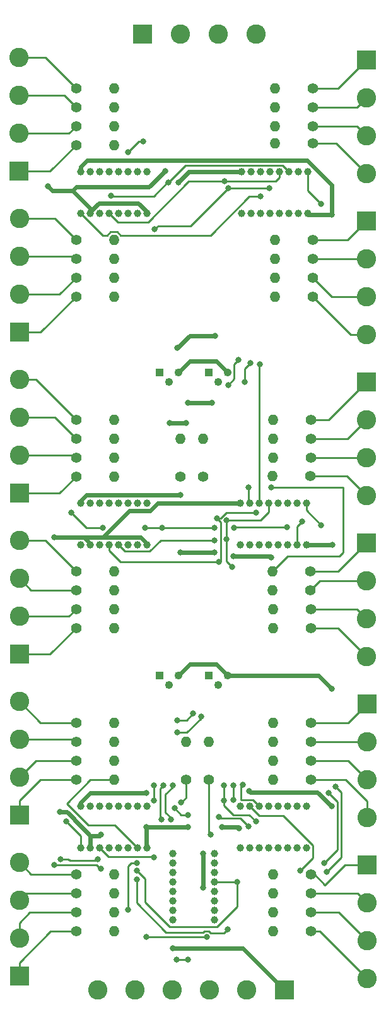
<source format=gbr>
%TF.GenerationSoftware,KiCad,Pcbnew,(6.0.4)*%
%TF.CreationDate,2022-07-27T20:52:42-04:00*%
%TF.ProjectId,pcb,7063622e-6b69-4636-9164-5f7063625858,rev?*%
%TF.SameCoordinates,Original*%
%TF.FileFunction,Copper,L2,Bot*%
%TF.FilePolarity,Positive*%
%FSLAX46Y46*%
G04 Gerber Fmt 4.6, Leading zero omitted, Abs format (unit mm)*
G04 Created by KiCad (PCBNEW (6.0.4)) date 2022-07-27 20:52:42*
%MOMM*%
%LPD*%
G01*
G04 APERTURE LIST*
%TA.AperFunction,ComponentPad*%
%ADD10C,1.400000*%
%TD*%
%TA.AperFunction,ComponentPad*%
%ADD11O,1.400000X1.400000*%
%TD*%
%TA.AperFunction,ComponentPad*%
%ADD12C,1.000000*%
%TD*%
%TA.AperFunction,ComponentPad*%
%ADD13R,2.600000X2.600000*%
%TD*%
%TA.AperFunction,ComponentPad*%
%ADD14C,2.600000*%
%TD*%
%TA.AperFunction,ComponentPad*%
%ADD15R,1.080000X1.080000*%
%TD*%
%TA.AperFunction,ComponentPad*%
%ADD16C,1.080000*%
%TD*%
%TA.AperFunction,ViaPad*%
%ADD17C,0.800000*%
%TD*%
%TA.AperFunction,Conductor*%
%ADD18C,0.600000*%
%TD*%
%TA.AperFunction,Conductor*%
%ADD19C,0.250000*%
%TD*%
G04 APERTURE END LIST*
D10*
%TO.P,R39,1*%
%TO.N,Net-(J11-Pad3)*%
X101414600Y-85090000D03*
D11*
%TO.P,R39,2*%
%TO.N,Net-(R39-Pad2)*%
X96334600Y-85090000D03*
%TD*%
D12*
%TO.P,U7,1,QB*%
%TO.N,Net-(R52-Pad2)*%
X91889600Y-137414000D03*
%TO.P,U7,2,QC*%
%TO.N,Net-(R51-Pad2)*%
X93159600Y-137414000D03*
%TO.P,U7,3,QD*%
%TO.N,Net-(R50-Pad2)*%
X94429600Y-137414000D03*
%TO.P,U7,4,QE*%
%TO.N,Net-(R49-Pad2)*%
X95699600Y-137414000D03*
%TO.P,U7,5,QF*%
%TO.N,Net-(R48-Pad2)*%
X96969600Y-137414000D03*
%TO.P,U7,6,QG*%
%TO.N,Net-(R47-Pad2)*%
X98239600Y-137414000D03*
%TO.P,U7,7,QH*%
%TO.N,Net-(R46-Pad2)*%
X99509600Y-137414000D03*
%TO.P,U7,8,GND*%
%TO.N,GND*%
X100779600Y-137414000D03*
%TO.P,U7,9,QH'*%
%TO.N,unconnected-(U7-Pad9)*%
X100779600Y-131826000D03*
%TO.P,U7,10,~{SRCLR}*%
%TO.N,Net-(J2-Pad6)*%
X99509600Y-131826000D03*
%TO.P,U7,11,SRCLK*%
%TO.N,Net-(J2-Pad5)*%
X98239600Y-131826000D03*
%TO.P,U7,12,RCLK*%
%TO.N,Net-(J2-Pad3)*%
X96969600Y-131826000D03*
%TO.P,U7,13,~{OE}*%
%TO.N,Net-(J2-Pad2)*%
X95699600Y-131826000D03*
%TO.P,U7,14,SER*%
%TO.N,Net-(U6-Pad9)*%
X94429600Y-131826000D03*
%TO.P,U7,15,QA*%
%TO.N,Net-(R53-Pad2)*%
X93159600Y-131826000D03*
%TO.P,U7,16,VCC*%
%TO.N,Net-(J2-Pad6)*%
X91889600Y-131826000D03*
%TD*%
D10*
%TO.P,R23,1*%
%TO.N,Net-(J7-Pad3)*%
X69850000Y-58420000D03*
D11*
%TO.P,R23,2*%
%TO.N,Net-(R23-Pad2)*%
X74930000Y-58420000D03*
%TD*%
D12*
%TO.P,U2,1,QB*%
%TO.N,Net-(R12-Pad2)*%
X79375000Y-131826000D03*
%TO.P,U2,2,QC*%
%TO.N,Net-(R11-Pad2)*%
X78105000Y-131826000D03*
%TO.P,U2,3,QD*%
%TO.N,Net-(R10-Pad2)*%
X76835000Y-131826000D03*
%TO.P,U2,4,QE*%
%TO.N,Net-(R9-Pad2)*%
X75565000Y-131826000D03*
%TO.P,U2,5,QF*%
%TO.N,Net-(R8-Pad2)*%
X74295000Y-131826000D03*
%TO.P,U2,6,QG*%
%TO.N,Net-(R7-Pad2)*%
X73025000Y-131826000D03*
%TO.P,U2,7,QH*%
%TO.N,Net-(R6-Pad2)*%
X71755000Y-131826000D03*
%TO.P,U2,8,GND*%
%TO.N,GND*%
X70485000Y-131826000D03*
%TO.P,U2,9,QH'*%
%TO.N,Net-(U2-Pad9)*%
X70485000Y-137414000D03*
%TO.P,U2,10,~{SRCLR}*%
%TO.N,Net-(J2-Pad6)*%
X71755000Y-137414000D03*
%TO.P,U2,11,SRCLK*%
%TO.N,Net-(J2-Pad5)*%
X73025000Y-137414000D03*
%TO.P,U2,12,RCLK*%
%TO.N,Net-(J2-Pad3)*%
X74295000Y-137414000D03*
%TO.P,U2,13,~{OE}*%
%TO.N,Net-(J2-Pad2)*%
X75565000Y-137414000D03*
%TO.P,U2,14,SER*%
%TO.N,Net-(U1-Pad9)*%
X76835000Y-137414000D03*
%TO.P,U2,15,QA*%
%TO.N,Net-(R13-Pad2)*%
X78105000Y-137414000D03*
%TO.P,U2,16,VCC*%
%TO.N,Net-(J2-Pad6)*%
X79375000Y-137414000D03*
%TD*%
D10*
%TO.P,R53,1*%
%TO.N,Net-(J14-Pad1)*%
X101414600Y-140970000D03*
D11*
%TO.P,R53,2*%
%TO.N,Net-(R53-Pad2)*%
X96334600Y-140970000D03*
%TD*%
D13*
%TO.P,J4,1,Pin_1*%
%TO.N,Net-(J4-Pad1)*%
X62230000Y-133045200D03*
D14*
%TO.P,J4,2,Pin_2*%
%TO.N,Net-(J4-Pad2)*%
X62230000Y-127965200D03*
%TO.P,J4,3,Pin_3*%
%TO.N,Net-(J4-Pad3)*%
X62230000Y-122885200D03*
%TO.P,J4,4,Pin_4*%
%TO.N,Net-(J4-Pad4)*%
X62230000Y-117805200D03*
%TD*%
D10*
%TO.P,R14,1*%
%TO.N,Net-(J5-Pad4)*%
X69850000Y-100330000D03*
D11*
%TO.P,R14,2*%
%TO.N,Net-(R14-Pad2)*%
X74930000Y-100330000D03*
%TD*%
D10*
%TO.P,R19,1*%
%TO.N,Net-(J6-Pad3)*%
X69850000Y-82550000D03*
D11*
%TO.P,R19,2*%
%TO.N,Net-(R19-Pad2)*%
X74930000Y-82550000D03*
%TD*%
D10*
%TO.P,R47,1*%
%TO.N,Net-(J13-Pad3)*%
X101414600Y-125730000D03*
D11*
%TO.P,R47,2*%
%TO.N,Net-(R47-Pad2)*%
X96334600Y-125730000D03*
%TD*%
D13*
%TO.P,J7,1,Pin_1*%
%TO.N,Net-(J7-Pad1)*%
X62230000Y-68275200D03*
D14*
%TO.P,J7,2,Pin_2*%
%TO.N,Net-(J7-Pad2)*%
X62230000Y-63195200D03*
%TO.P,J7,3,Pin_3*%
%TO.N,Net-(J7-Pad3)*%
X62230000Y-58115200D03*
%TO.P,J7,4,Pin_4*%
%TO.N,Net-(J7-Pad4)*%
X62230000Y-53035200D03*
%TD*%
D10*
%TO.P,R51,1*%
%TO.N,Net-(J14-Pad3)*%
X101414600Y-146050000D03*
D11*
%TO.P,R51,2*%
%TO.N,Net-(R51-Pad2)*%
X96334600Y-146050000D03*
%TD*%
D10*
%TO.P,R16,1*%
%TO.N,Net-(J5-Pad2)*%
X69850000Y-105410000D03*
D11*
%TO.P,R16,2*%
%TO.N,Net-(R16-Pad2)*%
X74930000Y-105410000D03*
%TD*%
D10*
%TO.P,R25,1*%
%TO.N,Net-(J7-Pad1)*%
X69850000Y-63500000D03*
D11*
%TO.P,R25,2*%
%TO.N,Net-(R25-Pad2)*%
X74930000Y-63500000D03*
%TD*%
D12*
%TO.P,U4,1,QB*%
%TO.N,Net-(R28-Pad2)*%
X79375000Y-46736000D03*
%TO.P,U4,2,QC*%
%TO.N,Net-(R27-Pad2)*%
X78105000Y-46736000D03*
%TO.P,U4,3,QD*%
%TO.N,Net-(R26-Pad2)*%
X76835000Y-46736000D03*
%TO.P,U4,4,QE*%
%TO.N,Net-(R25-Pad2)*%
X75565000Y-46736000D03*
%TO.P,U4,5,QF*%
%TO.N,Net-(R24-Pad2)*%
X74295000Y-46736000D03*
%TO.P,U4,6,QG*%
%TO.N,Net-(R23-Pad2)*%
X73025000Y-46736000D03*
%TO.P,U4,7,QH*%
%TO.N,Net-(R22-Pad2)*%
X71755000Y-46736000D03*
%TO.P,U4,8,GND*%
%TO.N,GND*%
X70485000Y-46736000D03*
%TO.P,U4,9,QH'*%
%TO.N,Net-(U4-Pad9)*%
X70485000Y-52324000D03*
%TO.P,U4,10,~{SRCLR}*%
%TO.N,Net-(J2-Pad6)*%
X71755000Y-52324000D03*
%TO.P,U4,11,SRCLK*%
%TO.N,Net-(J2-Pad5)*%
X73025000Y-52324000D03*
%TO.P,U4,12,RCLK*%
%TO.N,Net-(J2-Pad3)*%
X74295000Y-52324000D03*
%TO.P,U4,13,~{OE}*%
%TO.N,Net-(J2-Pad2)*%
X75565000Y-52324000D03*
%TO.P,U4,14,SER*%
%TO.N,Net-(U3-Pad9)*%
X76835000Y-52324000D03*
%TO.P,U4,15,QA*%
%TO.N,Net-(R29-Pad2)*%
X78105000Y-52324000D03*
%TO.P,U4,16,VCC*%
%TO.N,Net-(J2-Pad6)*%
X79375000Y-52324000D03*
%TD*%
D10*
%TO.P,R21,1*%
%TO.N,Net-(J6-Pad1)*%
X69850000Y-87630000D03*
D11*
%TO.P,R21,2*%
%TO.N,Net-(R21-Pad2)*%
X74930000Y-87630000D03*
%TD*%
D15*
%TO.P,Q1,1*%
%TO.N,Net-(J1-Pad1)*%
X87630000Y-114300000D03*
D16*
%TO.P,Q1,2*%
%TO.N,Net-(Q1-Pad2)*%
X88900000Y-115570000D03*
%TO.P,Q1,3*%
%TO.N,GND*%
X90170000Y-114300000D03*
%TD*%
D10*
%TO.P,R10,1*%
%TO.N,Net-(J4-Pad4)*%
X69850000Y-120650000D03*
D11*
%TO.P,R10,2*%
%TO.N,Net-(R10-Pad2)*%
X74930000Y-120650000D03*
%TD*%
D10*
%TO.P,R29,1*%
%TO.N,Net-(J8-Pad1)*%
X69850000Y-43180000D03*
D11*
%TO.P,R29,2*%
%TO.N,Net-(R29-Pad2)*%
X74930000Y-43180000D03*
%TD*%
D10*
%TO.P,R30,1*%
%TO.N,Net-(J9-Pad4)*%
X101600000Y-42926000D03*
D11*
%TO.P,R30,2*%
%TO.N,Net-(R30-Pad2)*%
X96520000Y-42926000D03*
%TD*%
D10*
%TO.P,R20,1*%
%TO.N,Net-(J6-Pad2)*%
X69850000Y-85090000D03*
D11*
%TO.P,R20,2*%
%TO.N,Net-(R20-Pad2)*%
X74930000Y-85090000D03*
%TD*%
D10*
%TO.P,R50,1*%
%TO.N,Net-(J14-Pad4)*%
X101414600Y-148590000D03*
D11*
%TO.P,R50,2*%
%TO.N,Net-(R50-Pad2)*%
X96334600Y-148590000D03*
%TD*%
D10*
%TO.P,R49,1*%
%TO.N,Net-(J13-Pad1)*%
X101414600Y-120650000D03*
D11*
%TO.P,R49,2*%
%TO.N,Net-(R49-Pad2)*%
X96334600Y-120650000D03*
%TD*%
D10*
%TO.P,R24,1*%
%TO.N,Net-(J7-Pad2)*%
X69850000Y-60960000D03*
D11*
%TO.P,R24,2*%
%TO.N,Net-(R24-Pad2)*%
X74930000Y-60960000D03*
%TD*%
D10*
%TO.P,R28,1*%
%TO.N,Net-(J8-Pad2)*%
X69850000Y-40640000D03*
D11*
%TO.P,R28,2*%
%TO.N,Net-(R28-Pad2)*%
X74930000Y-40640000D03*
%TD*%
D12*
%TO.P,U6,1,QB*%
%TO.N,Net-(R44-Pad2)*%
X91889600Y-96774000D03*
%TO.P,U6,2,QC*%
%TO.N,Net-(R43-Pad2)*%
X93159600Y-96774000D03*
%TO.P,U6,3,QD*%
%TO.N,Net-(R42-Pad2)*%
X94429600Y-96774000D03*
%TO.P,U6,4,QE*%
%TO.N,Net-(R41-Pad2)*%
X95699600Y-96774000D03*
%TO.P,U6,5,QF*%
%TO.N,Net-(R40-Pad2)*%
X96969600Y-96774000D03*
%TO.P,U6,6,QG*%
%TO.N,Net-(R39-Pad2)*%
X98239600Y-96774000D03*
%TO.P,U6,7,QH*%
%TO.N,Net-(R38-Pad2)*%
X99509600Y-96774000D03*
%TO.P,U6,8,GND*%
%TO.N,GND*%
X100779600Y-96774000D03*
%TO.P,U6,9,QH'*%
%TO.N,Net-(U6-Pad9)*%
X100779600Y-91186000D03*
%TO.P,U6,10,~{SRCLR}*%
%TO.N,Net-(J2-Pad6)*%
X99509600Y-91186000D03*
%TO.P,U6,11,SRCLK*%
%TO.N,Net-(J2-Pad5)*%
X98239600Y-91186000D03*
%TO.P,U6,12,RCLK*%
%TO.N,Net-(J2-Pad3)*%
X96969600Y-91186000D03*
%TO.P,U6,13,~{OE}*%
%TO.N,Net-(J2-Pad2)*%
X95699600Y-91186000D03*
%TO.P,U6,14,SER*%
%TO.N,Net-(U5-Pad9)*%
X94429600Y-91186000D03*
%TO.P,U6,15,QA*%
%TO.N,Net-(R45-Pad2)*%
X93159600Y-91186000D03*
%TO.P,U6,16,VCC*%
%TO.N,Net-(J2-Pad6)*%
X91889600Y-91186000D03*
%TD*%
D13*
%TO.P,J9,1,Pin_1*%
%TO.N,Net-(J9-Pad1)*%
X108864000Y-31750000D03*
D14*
%TO.P,J9,2,Pin_2*%
%TO.N,Net-(J9-Pad2)*%
X108864000Y-36830000D03*
%TO.P,J9,3,Pin_3*%
%TO.N,Net-(J9-Pad3)*%
X108864000Y-41910000D03*
%TO.P,J9,4,Pin_4*%
%TO.N,Net-(J9-Pad4)*%
X108864000Y-46990000D03*
%TD*%
D13*
%TO.P,J14,1,Pin_1*%
%TO.N,Net-(J14-Pad1)*%
X108915000Y-139700000D03*
D14*
%TO.P,J14,2,Pin_2*%
%TO.N,Net-(J14-Pad2)*%
X108915000Y-144780000D03*
%TO.P,J14,3,Pin_3*%
%TO.N,Net-(J14-Pad3)*%
X108915000Y-149860000D03*
%TO.P,J14,4,Pin_4*%
%TO.N,Net-(J14-Pad4)*%
X108915000Y-154940000D03*
%TD*%
D13*
%TO.P,J11,1,Pin_1*%
%TO.N,Net-(J11-Pad1)*%
X108864000Y-74930000D03*
D14*
%TO.P,J11,2,Pin_2*%
%TO.N,Net-(J11-Pad2)*%
X108864000Y-80010000D03*
%TO.P,J11,3,Pin_3*%
%TO.N,Net-(J11-Pad3)*%
X108864000Y-85090000D03*
%TO.P,J11,4,Pin_4*%
%TO.N,Net-(J11-Pad4)*%
X108864000Y-90170000D03*
%TD*%
D13*
%TO.P,J1,1,Pin_1*%
%TO.N,Net-(J1-Pad1)*%
X78740000Y-28245000D03*
D14*
%TO.P,J1,2,Pin_2*%
%TO.N,Net-(J1-Pad2)*%
X83820000Y-28245000D03*
%TO.P,J1,3,Pin_3*%
%TO.N,Net-(J1-Pad3)*%
X88900000Y-28245000D03*
%TO.P,J1,4,Pin_4*%
%TO.N,Net-(J1-Pad4)*%
X93980000Y-28245000D03*
%TD*%
D10*
%TO.P,R45,1*%
%TO.N,Net-(J12-Pad1)*%
X101320600Y-100330000D03*
D11*
%TO.P,R45,2*%
%TO.N,Net-(R45-Pad2)*%
X96240600Y-100330000D03*
%TD*%
D13*
%TO.P,J12,1,Pin_1*%
%TO.N,Net-(J12-Pad1)*%
X108864000Y-96520000D03*
D14*
%TO.P,J12,2,Pin_2*%
%TO.N,Net-(J12-Pad2)*%
X108864000Y-101600000D03*
%TO.P,J12,3,Pin_3*%
%TO.N,Net-(J12-Pad3)*%
X108864000Y-106680000D03*
%TO.P,J12,4,Pin_4*%
%TO.N,Net-(J12-Pad4)*%
X108864000Y-111760000D03*
%TD*%
D10*
%TO.P,R31,1*%
%TO.N,Net-(J9-Pad3)*%
X101600000Y-40640000D03*
D11*
%TO.P,R31,2*%
%TO.N,Net-(R31-Pad2)*%
X96520000Y-40640000D03*
%TD*%
D15*
%TO.P,Q2,1*%
%TO.N,Net-(J1-Pad2)*%
X81026000Y-114300000D03*
D16*
%TO.P,Q2,2*%
%TO.N,Net-(Q2-Pad2)*%
X82296000Y-115570000D03*
%TO.P,Q2,3*%
%TO.N,GND*%
X83566000Y-114300000D03*
%TD*%
D10*
%TO.P,R42,1*%
%TO.N,Net-(J12-Pad4)*%
X101414600Y-107950000D03*
D11*
%TO.P,R42,2*%
%TO.N,Net-(R42-Pad2)*%
X96334600Y-107950000D03*
%TD*%
D10*
%TO.P,R26,1*%
%TO.N,Net-(J8-Pad4)*%
X69850000Y-35560000D03*
D11*
%TO.P,R26,2*%
%TO.N,Net-(R26-Pad2)*%
X74930000Y-35560000D03*
%TD*%
D10*
%TO.P,R44,1*%
%TO.N,Net-(J12-Pad2)*%
X101320600Y-102870000D03*
D11*
%TO.P,R44,2*%
%TO.N,Net-(R44-Pad2)*%
X96240600Y-102870000D03*
%TD*%
D13*
%TO.P,J8,1,Pin_1*%
%TO.N,Net-(J8-Pad1)*%
X62179000Y-46685200D03*
D14*
%TO.P,J8,2,Pin_2*%
%TO.N,Net-(J8-Pad2)*%
X62179000Y-41605200D03*
%TO.P,J8,3,Pin_3*%
%TO.N,Net-(J8-Pad3)*%
X62179000Y-36525200D03*
%TO.P,J8,4,Pin_4*%
%TO.N,Net-(J8-Pad4)*%
X62179000Y-31445200D03*
%TD*%
D10*
%TO.P,R4,1*%
%TO.N,Net-(R4-Pad1)*%
X83820000Y-87630000D03*
D11*
%TO.P,R4,2*%
%TO.N,Net-(Q4-Pad2)*%
X83820000Y-82550000D03*
%TD*%
D10*
%TO.P,R35,1*%
%TO.N,Net-(J10-Pad3)*%
X101600000Y-60960000D03*
D11*
%TO.P,R35,2*%
%TO.N,Net-(R35-Pad2)*%
X96520000Y-60960000D03*
%TD*%
D10*
%TO.P,R43,1*%
%TO.N,Net-(J12-Pad3)*%
X101414600Y-105410000D03*
D11*
%TO.P,R43,2*%
%TO.N,Net-(R43-Pad2)*%
X96334600Y-105410000D03*
%TD*%
D10*
%TO.P,R48,1*%
%TO.N,Net-(J13-Pad2)*%
X101414600Y-123190000D03*
D11*
%TO.P,R48,2*%
%TO.N,Net-(R48-Pad2)*%
X96334600Y-123190000D03*
%TD*%
D15*
%TO.P,Q4,1*%
%TO.N,Net-(J1-Pad4)*%
X81026000Y-73660000D03*
D16*
%TO.P,Q4,2*%
%TO.N,Net-(Q4-Pad2)*%
X82296000Y-74930000D03*
%TO.P,Q4,3*%
%TO.N,GND*%
X83566000Y-73660000D03*
%TD*%
D10*
%TO.P,R40,1*%
%TO.N,Net-(J11-Pad2)*%
X101414600Y-82550000D03*
D11*
%TO.P,R40,2*%
%TO.N,Net-(R40-Pad2)*%
X96334600Y-82550000D03*
%TD*%
D10*
%TO.P,R9,1*%
%TO.N,Net-(J3-Pad1)*%
X69850000Y-148590000D03*
D11*
%TO.P,R9,2*%
%TO.N,Net-(R9-Pad2)*%
X74930000Y-148590000D03*
%TD*%
D10*
%TO.P,R34,1*%
%TO.N,Net-(J10-Pad4)*%
X101600000Y-63500000D03*
D11*
%TO.P,R34,2*%
%TO.N,Net-(R34-Pad2)*%
X96520000Y-63500000D03*
%TD*%
D13*
%TO.P,J13,1,Pin_1*%
%TO.N,Net-(J13-Pad1)*%
X108915000Y-118110000D03*
D14*
%TO.P,J13,2,Pin_2*%
%TO.N,Net-(J13-Pad2)*%
X108915000Y-123190000D03*
%TO.P,J13,3,Pin_3*%
%TO.N,Net-(J13-Pad3)*%
X108915000Y-128270000D03*
%TO.P,J13,4,Pin_4*%
%TO.N,Net-(J13-Pad4)*%
X108915000Y-133350000D03*
%TD*%
D10*
%TO.P,R3,1*%
%TO.N,Net-(R3-Pad1)*%
X86868000Y-87630000D03*
D11*
%TO.P,R3,2*%
%TO.N,Net-(Q3-Pad2)*%
X86868000Y-82550000D03*
%TD*%
D10*
%TO.P,R7,1*%
%TO.N,Net-(J3-Pad3)*%
X69850000Y-143510000D03*
D11*
%TO.P,R7,2*%
%TO.N,Net-(R7-Pad2)*%
X74930000Y-143510000D03*
%TD*%
D10*
%TO.P,R12,1*%
%TO.N,Net-(J4-Pad2)*%
X69850000Y-125730000D03*
D11*
%TO.P,R12,2*%
%TO.N,Net-(R12-Pad2)*%
X74930000Y-125730000D03*
%TD*%
D10*
%TO.P,R2,1*%
%TO.N,Net-(R2-Pad1)*%
X84582000Y-128270000D03*
D11*
%TO.P,R2,2*%
%TO.N,Net-(Q2-Pad2)*%
X84582000Y-123190000D03*
%TD*%
D12*
%TO.P,U1,1,QB*%
%TO.N,Net-(R2-Pad1)*%
X82804000Y-138209000D03*
%TO.P,U1,2,QC*%
%TO.N,Net-(R3-Pad1)*%
X82804000Y-139479000D03*
%TO.P,U1,3,QD*%
%TO.N,Net-(R4-Pad1)*%
X82804000Y-140749000D03*
%TO.P,U1,4,QE*%
%TO.N,unconnected-(U1-Pad4)*%
X82804000Y-142019000D03*
%TO.P,U1,5,QF*%
%TO.N,unconnected-(U1-Pad5)*%
X82804000Y-143289000D03*
%TO.P,U1,6,QG*%
%TO.N,unconnected-(U1-Pad6)*%
X82804000Y-144559000D03*
%TO.P,U1,7,QH*%
%TO.N,unconnected-(U1-Pad7)*%
X82804000Y-145829000D03*
%TO.P,U1,8,GND*%
%TO.N,GND*%
X82804000Y-147099000D03*
%TO.P,U1,9,QH'*%
%TO.N,Net-(U1-Pad9)*%
X88392000Y-147099000D03*
%TO.P,U1,10,~{SRCLR}*%
%TO.N,Net-(J2-Pad6)*%
X88392000Y-145829000D03*
%TO.P,U1,11,SRCLK*%
%TO.N,Net-(J2-Pad5)*%
X88392000Y-144559000D03*
%TO.P,U1,12,RCLK*%
%TO.N,Net-(J2-Pad3)*%
X88392000Y-143289000D03*
%TO.P,U1,13,~{OE}*%
%TO.N,Net-(J2-Pad2)*%
X88392000Y-142019000D03*
%TO.P,U1,14,SER*%
%TO.N,Net-(J2-Pad4)*%
X88392000Y-140749000D03*
%TO.P,U1,15,QA*%
%TO.N,Net-(R1-Pad1)*%
X88392000Y-139479000D03*
%TO.P,U1,16,VCC*%
%TO.N,Net-(J2-Pad6)*%
X88392000Y-138209000D03*
%TD*%
D10*
%TO.P,R36,1*%
%TO.N,Net-(J10-Pad2)*%
X101600000Y-58420000D03*
D11*
%TO.P,R36,2*%
%TO.N,Net-(R36-Pad2)*%
X96520000Y-58420000D03*
%TD*%
D10*
%TO.P,R11,1*%
%TO.N,Net-(J4-Pad3)*%
X69850000Y-123190000D03*
D11*
%TO.P,R11,2*%
%TO.N,Net-(R11-Pad2)*%
X74930000Y-123190000D03*
%TD*%
D10*
%TO.P,R38,1*%
%TO.N,Net-(J11-Pad4)*%
X101320600Y-87558000D03*
D11*
%TO.P,R38,2*%
%TO.N,Net-(R38-Pad2)*%
X96240600Y-87558000D03*
%TD*%
D10*
%TO.P,R32,1*%
%TO.N,Net-(J9-Pad2)*%
X101600000Y-38100000D03*
D11*
%TO.P,R32,2*%
%TO.N,Net-(R32-Pad2)*%
X96520000Y-38100000D03*
%TD*%
D12*
%TO.P,U5,1,QB*%
%TO.N,Net-(R36-Pad2)*%
X92075000Y-52324000D03*
%TO.P,U5,2,QC*%
%TO.N,Net-(R35-Pad2)*%
X93345000Y-52324000D03*
%TO.P,U5,3,QD*%
%TO.N,Net-(R34-Pad2)*%
X94615000Y-52324000D03*
%TO.P,U5,4,QE*%
%TO.N,Net-(R33-Pad2)*%
X95885000Y-52324000D03*
%TO.P,U5,5,QF*%
%TO.N,Net-(R32-Pad2)*%
X97155000Y-52324000D03*
%TO.P,U5,6,QG*%
%TO.N,Net-(R31-Pad2)*%
X98425000Y-52324000D03*
%TO.P,U5,7,QH*%
%TO.N,Net-(R30-Pad2)*%
X99695000Y-52324000D03*
%TO.P,U5,8,GND*%
%TO.N,GND*%
X100965000Y-52324000D03*
%TO.P,U5,9,QH'*%
%TO.N,Net-(U5-Pad9)*%
X100965000Y-46736000D03*
%TO.P,U5,10,~{SRCLR}*%
%TO.N,Net-(J2-Pad6)*%
X99695000Y-46736000D03*
%TO.P,U5,11,SRCLK*%
%TO.N,Net-(J2-Pad5)*%
X98425000Y-46736000D03*
%TO.P,U5,12,RCLK*%
%TO.N,Net-(J2-Pad3)*%
X97155000Y-46736000D03*
%TO.P,U5,13,~{OE}*%
%TO.N,Net-(J2-Pad2)*%
X95885000Y-46736000D03*
%TO.P,U5,14,SER*%
%TO.N,Net-(U4-Pad9)*%
X94615000Y-46736000D03*
%TO.P,U5,15,QA*%
%TO.N,Net-(R37-Pad2)*%
X93345000Y-46736000D03*
%TO.P,U5,16,VCC*%
%TO.N,Net-(J2-Pad6)*%
X92075000Y-46736000D03*
%TD*%
D10*
%TO.P,R8,1*%
%TO.N,Net-(J3-Pad2)*%
X69850000Y-146050000D03*
D11*
%TO.P,R8,2*%
%TO.N,Net-(R8-Pad2)*%
X74930000Y-146050000D03*
%TD*%
D10*
%TO.P,R17,1*%
%TO.N,Net-(J5-Pad1)*%
X69850000Y-107950000D03*
D11*
%TO.P,R17,2*%
%TO.N,Net-(R17-Pad2)*%
X74930000Y-107950000D03*
%TD*%
D10*
%TO.P,R1,1*%
%TO.N,Net-(R1-Pad1)*%
X87630000Y-128270000D03*
D11*
%TO.P,R1,2*%
%TO.N,Net-(Q1-Pad2)*%
X87630000Y-123190000D03*
%TD*%
D15*
%TO.P,Q3,1*%
%TO.N,Net-(J1-Pad3)*%
X87630000Y-73660000D03*
D16*
%TO.P,Q3,2*%
%TO.N,Net-(Q3-Pad2)*%
X88900000Y-74930000D03*
%TO.P,Q3,3*%
%TO.N,GND*%
X90170000Y-73660000D03*
%TD*%
D10*
%TO.P,R37,1*%
%TO.N,Net-(J10-Pad1)*%
X101627400Y-55880000D03*
D11*
%TO.P,R37,2*%
%TO.N,Net-(R37-Pad2)*%
X96547400Y-55880000D03*
%TD*%
D10*
%TO.P,R6,1*%
%TO.N,Net-(J3-Pad4)*%
X69850000Y-140970000D03*
D11*
%TO.P,R6,2*%
%TO.N,Net-(R6-Pad2)*%
X74930000Y-140970000D03*
%TD*%
D10*
%TO.P,R46,1*%
%TO.N,Net-(J13-Pad4)*%
X101414600Y-128270000D03*
D11*
%TO.P,R46,2*%
%TO.N,Net-(R46-Pad2)*%
X96334600Y-128270000D03*
%TD*%
D13*
%TO.P,J2,1,Pin_1*%
%TO.N,GND*%
X97790000Y-156464000D03*
D14*
%TO.P,J2,2,Pin_2*%
%TO.N,Net-(J2-Pad2)*%
X92790000Y-156464000D03*
%TO.P,J2,3,Pin_3*%
%TO.N,Net-(J2-Pad3)*%
X87790000Y-156464000D03*
%TO.P,J2,4,Pin_4*%
%TO.N,Net-(J2-Pad4)*%
X82790000Y-156464000D03*
%TO.P,J2,5,Pin_5*%
%TO.N,Net-(J2-Pad5)*%
X77790000Y-156464000D03*
%TO.P,J2,6,Pin_6*%
%TO.N,Net-(J2-Pad6)*%
X72790000Y-156464000D03*
%TD*%
D10*
%TO.P,R52,1*%
%TO.N,Net-(J14-Pad2)*%
X101414600Y-143510000D03*
D11*
%TO.P,R52,2*%
%TO.N,Net-(R52-Pad2)*%
X96334600Y-143510000D03*
%TD*%
D10*
%TO.P,R13,1*%
%TO.N,Net-(J4-Pad1)*%
X69850000Y-128270000D03*
D11*
%TO.P,R13,2*%
%TO.N,Net-(R13-Pad2)*%
X74930000Y-128270000D03*
%TD*%
D10*
%TO.P,R15,1*%
%TO.N,Net-(J5-Pad3)*%
X69850000Y-102870000D03*
D11*
%TO.P,R15,2*%
%TO.N,Net-(R15-Pad2)*%
X74930000Y-102870000D03*
%TD*%
D10*
%TO.P,R27,1*%
%TO.N,Net-(J8-Pad3)*%
X69850000Y-38100000D03*
D11*
%TO.P,R27,2*%
%TO.N,Net-(R27-Pad2)*%
X74930000Y-38100000D03*
%TD*%
D13*
%TO.P,J10,1,Pin_1*%
%TO.N,Net-(J10-Pad1)*%
X108864000Y-53340000D03*
D14*
%TO.P,J10,2,Pin_2*%
%TO.N,Net-(J10-Pad2)*%
X108864000Y-58420000D03*
%TO.P,J10,3,Pin_3*%
%TO.N,Net-(J10-Pad3)*%
X108864000Y-63500000D03*
%TO.P,J10,4,Pin_4*%
%TO.N,Net-(J10-Pad4)*%
X108864000Y-68580000D03*
%TD*%
D10*
%TO.P,R41,1*%
%TO.N,Net-(J11-Pad1)*%
X101414600Y-80010000D03*
D11*
%TO.P,R41,2*%
%TO.N,Net-(R41-Pad2)*%
X96334600Y-80010000D03*
%TD*%
D10*
%TO.P,R18,1*%
%TO.N,Net-(J6-Pad4)*%
X69850000Y-80010000D03*
D11*
%TO.P,R18,2*%
%TO.N,Net-(R18-Pad2)*%
X74930000Y-80010000D03*
%TD*%
D12*
%TO.P,U3,1,QB*%
%TO.N,Net-(R20-Pad2)*%
X79375000Y-91186000D03*
%TO.P,U3,2,QC*%
%TO.N,Net-(R19-Pad2)*%
X78105000Y-91186000D03*
%TO.P,U3,3,QD*%
%TO.N,Net-(R18-Pad2)*%
X76835000Y-91186000D03*
%TO.P,U3,4,QE*%
%TO.N,Net-(R17-Pad2)*%
X75565000Y-91186000D03*
%TO.P,U3,5,QF*%
%TO.N,Net-(R16-Pad2)*%
X74295000Y-91186000D03*
%TO.P,U3,6,QG*%
%TO.N,Net-(R15-Pad2)*%
X73025000Y-91186000D03*
%TO.P,U3,7,QH*%
%TO.N,Net-(R14-Pad2)*%
X71755000Y-91186000D03*
%TO.P,U3,8,GND*%
%TO.N,GND*%
X70485000Y-91186000D03*
%TO.P,U3,9,QH'*%
%TO.N,Net-(U3-Pad9)*%
X70485000Y-96774000D03*
%TO.P,U3,10,~{SRCLR}*%
%TO.N,Net-(J2-Pad6)*%
X71755000Y-96774000D03*
%TO.P,U3,11,SRCLK*%
%TO.N,Net-(J2-Pad5)*%
X73025000Y-96774000D03*
%TO.P,U3,12,RCLK*%
%TO.N,Net-(J2-Pad3)*%
X74295000Y-96774000D03*
%TO.P,U3,13,~{OE}*%
%TO.N,Net-(J2-Pad2)*%
X75565000Y-96774000D03*
%TO.P,U3,14,SER*%
%TO.N,Net-(U2-Pad9)*%
X76835000Y-96774000D03*
%TO.P,U3,15,QA*%
%TO.N,Net-(R21-Pad2)*%
X78105000Y-96774000D03*
%TO.P,U3,16,VCC*%
%TO.N,Net-(J2-Pad6)*%
X79375000Y-96774000D03*
%TD*%
D10*
%TO.P,R33,1*%
%TO.N,Net-(J9-Pad1)*%
X101600000Y-35560000D03*
D11*
%TO.P,R33,2*%
%TO.N,Net-(R33-Pad2)*%
X96520000Y-35560000D03*
%TD*%
D13*
%TO.P,J6,1,Pin_1*%
%TO.N,Net-(J6-Pad1)*%
X62230000Y-89865200D03*
D14*
%TO.P,J6,2,Pin_2*%
%TO.N,Net-(J6-Pad2)*%
X62230000Y-84785200D03*
%TO.P,J6,3,Pin_3*%
%TO.N,Net-(J6-Pad3)*%
X62230000Y-79705200D03*
%TO.P,J6,4,Pin_4*%
%TO.N,Net-(J6-Pad4)*%
X62230000Y-74625200D03*
%TD*%
D13*
%TO.P,J5,1,Pin_1*%
%TO.N,Net-(J5-Pad1)*%
X62230000Y-111455200D03*
D14*
%TO.P,J5,2,Pin_2*%
%TO.N,Net-(J5-Pad2)*%
X62230000Y-106375200D03*
%TO.P,J5,3,Pin_3*%
%TO.N,Net-(J5-Pad3)*%
X62230000Y-101295200D03*
%TO.P,J5,4,Pin_4*%
%TO.N,Net-(J5-Pad4)*%
X62230000Y-96215200D03*
%TD*%
D10*
%TO.P,R22,1*%
%TO.N,Net-(J7-Pad4)*%
X69850000Y-55880000D03*
D11*
%TO.P,R22,2*%
%TO.N,Net-(R22-Pad2)*%
X74930000Y-55880000D03*
%TD*%
D13*
%TO.P,J3,1,Pin_1*%
%TO.N,Net-(J3-Pad1)*%
X62230000Y-154635200D03*
D14*
%TO.P,J3,2,Pin_2*%
%TO.N,Net-(J3-Pad2)*%
X62230000Y-149555200D03*
%TO.P,J3,3,Pin_3*%
%TO.N,Net-(J3-Pad3)*%
X62230000Y-144475200D03*
%TO.P,J3,4,Pin_4*%
%TO.N,Net-(J3-Pad4)*%
X62230000Y-139395200D03*
%TD*%
D17*
%TO.N,Net-(R45-Pad2)*%
X92964000Y-89027000D03*
X96012000Y-89027000D03*
%TO.N,Net-(J2-Pad2)*%
X93218000Y-72390000D03*
%TO.N,Net-(R38-Pad2)*%
X100203000Y-93599000D03*
%TO.N,Net-(U6-Pad9)*%
X102743000Y-94107000D03*
%TO.N,Net-(J1-Pad1)*%
X88092989Y-77724000D03*
X84836000Y-77724000D03*
%TO.N,Net-(J1-Pad2)*%
X84582000Y-80391000D03*
X82423000Y-80391000D03*
%TO.N,Net-(J1-Pad4)*%
X83439000Y-70358000D03*
X88519000Y-68707000D03*
%TO.N,GND*%
X104140000Y-131826000D03*
X82804000Y-150876000D03*
X83820000Y-90043000D03*
X79279020Y-130014707D03*
X104140000Y-116078000D03*
X104267000Y-96774000D03*
X90932000Y-98298000D03*
X83820000Y-97790000D03*
X93091000Y-129794000D03*
X88392000Y-97790000D03*
X104140000Y-52451000D03*
X96012000Y-98480989D03*
%TO.N,Net-(J2-Pad2)*%
X90297000Y-48895000D03*
X90805000Y-99695000D03*
X88392000Y-96139000D03*
X90932000Y-131018196D03*
X78005447Y-140462000D03*
X92456000Y-74930000D03*
X80391000Y-54470500D03*
X90043000Y-93472000D03*
X90043000Y-96012000D03*
X95758000Y-48895000D03*
X90932000Y-129032000D03*
X91440000Y-141986000D03*
%TO.N,Net-(J2-Pad3)*%
X89662000Y-131064000D03*
X93980000Y-133858000D03*
X91667330Y-72005942D03*
X89662000Y-129032000D03*
X90207500Y-148336000D03*
X89043497Y-99060000D03*
X93980000Y-92456000D03*
X90297000Y-75311000D03*
X77978000Y-141605000D03*
X89789000Y-48006000D03*
X88773000Y-93218000D03*
%TO.N,Net-(J2-Pad5)*%
X89027000Y-133223000D03*
X80264000Y-131064000D03*
X92964000Y-134493000D03*
X84836000Y-152400000D03*
X81407000Y-94488000D03*
X80264000Y-129032000D03*
X98171000Y-94361000D03*
X79121000Y-94488000D03*
X91059000Y-94488000D03*
X80264000Y-138684000D03*
X74549000Y-49911000D03*
X83312000Y-152400000D03*
X82231457Y-48195457D03*
X83058000Y-132080000D03*
X88392000Y-94488000D03*
X84836000Y-132969000D03*
%TO.N,Net-(J2-Pad6)*%
X91706500Y-134747000D03*
X67691000Y-132588000D03*
X66966500Y-95758000D03*
X81788000Y-46609000D03*
X83566000Y-48133000D03*
X84836000Y-134620000D03*
X79248000Y-134620000D03*
X89408000Y-134620000D03*
X73152000Y-135636000D03*
X66040000Y-48641000D03*
X86868000Y-138176000D03*
X86868000Y-142748000D03*
%TO.N,Net-(R1-Pad1)*%
X87884000Y-135636000D03*
%TO.N,Net-(R2-Pad1)*%
X83947000Y-131318000D03*
%TO.N,Net-(R3-Pad1)*%
X82550000Y-133604000D03*
X86614000Y-119761000D03*
X83439000Y-121920000D03*
X82804000Y-129032000D03*
%TO.N,Net-(R4-Pad1)*%
X81280000Y-133604000D03*
X83439000Y-120269000D03*
X81534000Y-129032000D03*
X85585500Y-119379673D03*
%TO.N,Net-(R6-Pad2)*%
X73152000Y-140208000D03*
X66929000Y-139700000D03*
%TO.N,Net-(R7-Pad2)*%
X72771092Y-138937481D03*
X67806572Y-138925500D03*
%TO.N,Net-(R28-Pad2)*%
X76835000Y-44069000D03*
X78867000Y-42672000D03*
%TO.N,Net-(R46-Pad2)*%
X103124000Y-139446000D03*
X103759000Y-130048000D03*
%TO.N,Net-(R47-Pad2)*%
X103505000Y-140589000D03*
X104648000Y-129159000D03*
%TO.N,Net-(R53-Pad2)*%
X99949000Y-140462000D03*
%TO.N,Net-(U1-Pad9)*%
X87376000Y-149352000D03*
X77978000Y-139408500D03*
X76835000Y-145669000D03*
X79248000Y-149352000D03*
%TO.N,Net-(U2-Pad9)*%
X68561773Y-133841859D03*
%TO.N,Net-(U3-Pad9)*%
X73406000Y-94488000D03*
X69215000Y-92456000D03*
%TO.N,Net-(U4-Pad9)*%
X94615000Y-50038000D03*
%TO.N,Net-(U5-Pad9)*%
X94488000Y-72517000D03*
X102743000Y-51054000D03*
%TO.N,Net-(U6-Pad9)*%
X92202000Y-128905000D03*
%TD*%
D18*
%TO.N,GND*%
X85090000Y-72136000D02*
X83566000Y-73660000D01*
X88646000Y-72136000D02*
X85090000Y-72136000D01*
X90170000Y-73660000D02*
X88646000Y-72136000D01*
D19*
%TO.N,Net-(R45-Pad2)*%
X92964000Y-90990400D02*
X93159600Y-91186000D01*
X92964000Y-89027000D02*
X92964000Y-90990400D01*
X105664000Y-89027000D02*
X96012000Y-89027000D01*
X105156000Y-98298000D02*
X105664000Y-97790000D01*
X98272600Y-98298000D02*
X105156000Y-98298000D01*
X105664000Y-97790000D02*
X105664000Y-89027000D01*
X96240600Y-100330000D02*
X98272600Y-98298000D01*
D18*
%TO.N,GND*%
X104267000Y-96774000D02*
X100779600Y-96774000D01*
D19*
%TO.N,Net-(J2-Pad2)*%
X92456000Y-73152000D02*
X92456000Y-74930000D01*
X93218000Y-72390000D02*
X92456000Y-73152000D01*
%TO.N,Net-(J2-Pad3)*%
X91084511Y-72588761D02*
X91084511Y-74523489D01*
X91667330Y-72005942D02*
X91084511Y-72588761D01*
X91084511Y-74523489D02*
X90297000Y-75311000D01*
%TO.N,Net-(R38-Pad2)*%
X99509600Y-94292400D02*
X99509600Y-96774000D01*
X100203000Y-93599000D02*
X99509600Y-94292400D01*
%TO.N,Net-(J2-Pad5)*%
X91186000Y-94361000D02*
X91059000Y-94488000D01*
X98171000Y-94361000D02*
X91186000Y-94361000D01*
%TO.N,Net-(U6-Pad9)*%
X100779600Y-92143600D02*
X100779600Y-91186000D01*
X102743000Y-94107000D02*
X100779600Y-92143600D01*
%TO.N,Net-(J2-Pad5)*%
X81407000Y-94488000D02*
X88392000Y-94488000D01*
%TO.N,Net-(J2-Pad2)*%
X79737235Y-97648511D02*
X76439511Y-97648511D01*
X76439511Y-97648511D02*
X75565000Y-96774000D01*
X88392000Y-96139000D02*
X81246746Y-96139000D01*
X81246746Y-96139000D02*
X79737235Y-97648511D01*
D18*
%TO.N,GND*%
X83820000Y-97790000D02*
X88392000Y-97790000D01*
D19*
%TO.N,Net-(J2-Pad2)*%
X90043000Y-98933000D02*
X90805000Y-99695000D01*
X90043000Y-96012000D02*
X90043000Y-98933000D01*
D18*
%TO.N,GND*%
X95829011Y-98298000D02*
X96012000Y-98480989D01*
X90932000Y-98298000D02*
X95829011Y-98298000D01*
%TO.N,Net-(J1-Pad1)*%
X88092989Y-77724000D02*
X84836000Y-77724000D01*
%TO.N,Net-(J1-Pad2)*%
X82423000Y-80391000D02*
X84582000Y-80391000D01*
%TO.N,Net-(J1-Pad4)*%
X83439000Y-70358000D02*
X85090000Y-68707000D01*
X85090000Y-68707000D02*
X88519000Y-68707000D01*
%TO.N,GND*%
X85090000Y-112776000D02*
X83566000Y-114300000D01*
X71301894Y-45212000D02*
X70485000Y-46028894D01*
X70485000Y-131318000D02*
X70485000Y-131826000D01*
X93091000Y-129794000D02*
X93218000Y-129921000D01*
X88646000Y-112776000D02*
X85090000Y-112776000D01*
X104140000Y-48497477D02*
X100854523Y-45212000D01*
X97790000Y-156464000D02*
X92202000Y-150876000D01*
X92202000Y-150876000D02*
X82804000Y-150876000D01*
X100854523Y-45212000D02*
X71301894Y-45212000D01*
X101092000Y-52451000D02*
X100965000Y-52324000D01*
X83820000Y-90043000D02*
X71247000Y-90043000D01*
X104140000Y-116078000D02*
X102362000Y-114300000D01*
X79279020Y-130014707D02*
X71788293Y-130014707D01*
X93218000Y-129921000D02*
X102235000Y-129921000D01*
X90170000Y-114300000D02*
X88646000Y-112776000D01*
X71788293Y-130014707D02*
X70485000Y-131318000D01*
X71247000Y-90043000D02*
X70485000Y-90805000D01*
X102235000Y-129921000D02*
X104140000Y-131826000D01*
X70485000Y-90805000D02*
X70485000Y-91186000D01*
X104140000Y-52451000D02*
X104140000Y-48497477D01*
X102362000Y-114300000D02*
X90170000Y-114300000D01*
X104140000Y-52451000D02*
X101092000Y-52451000D01*
X70485000Y-46028894D02*
X70485000Y-46736000D01*
D19*
%TO.N,Net-(J2-Pad2)*%
X88754235Y-147973511D02*
X91440000Y-145287746D01*
X90043000Y-93472000D02*
X94615000Y-93472000D01*
X79121000Y-141577553D02*
X79121000Y-144653000D01*
X94615000Y-93472000D02*
X95699600Y-92387400D01*
X91440000Y-141986000D02*
X91407000Y-142019000D01*
X95699600Y-92387400D02*
X95699600Y-91186000D01*
X91407000Y-142019000D02*
X88392000Y-142019000D01*
X91440000Y-145287746D02*
X91440000Y-141986000D01*
X80391000Y-54470500D02*
X80886500Y-53975000D01*
X79121000Y-144653000D02*
X82441511Y-147973511D01*
X90043000Y-96012000D02*
X90043000Y-93472000D01*
X82441511Y-147973511D02*
X88754235Y-147973511D01*
X78005447Y-140462000D02*
X79121000Y-141577553D01*
X90932000Y-129032000D02*
X90932000Y-131018196D01*
X85217000Y-53975000D02*
X90297000Y-48895000D01*
X90297000Y-48895000D02*
X95758000Y-48895000D01*
X80886500Y-53975000D02*
X85217000Y-53975000D01*
%TO.N,Net-(J2-Pad3)*%
X97155000Y-47498000D02*
X97155000Y-46736000D01*
X86915675Y-148717000D02*
X81915000Y-148717000D01*
X75438000Y-53467000D02*
X79502000Y-53467000D01*
X90034386Y-92456000D02*
X93980000Y-92456000D01*
X84963000Y-48006000D02*
X89789000Y-48006000D01*
X87963325Y-148844000D02*
X87696814Y-148577489D01*
X93091000Y-132969000D02*
X90932000Y-132969000D01*
X90207500Y-148336000D02*
X89699500Y-148844000D01*
X89789000Y-48006000D02*
X96647000Y-48006000D01*
X75819000Y-99060000D02*
X74295000Y-97536000D01*
X87055186Y-148577489D02*
X86915675Y-148717000D01*
X88773000Y-93218000D02*
X89272386Y-93218000D01*
X74295000Y-97536000D02*
X74295000Y-96774000D01*
X89254011Y-98849486D02*
X89043497Y-99060000D01*
X79502000Y-53467000D02*
X84963000Y-48006000D01*
X96647000Y-48006000D02*
X97155000Y-47498000D01*
X89662000Y-131064000D02*
X89662000Y-129032000D01*
X89254011Y-93699011D02*
X89254011Y-98849486D01*
X74295000Y-52324000D02*
X75438000Y-53467000D01*
X81915000Y-148717000D02*
X77978000Y-144780000D01*
X89043497Y-99060000D02*
X75819000Y-99060000D01*
X87696814Y-148577489D02*
X87055186Y-148577489D01*
X77978000Y-144780000D02*
X77978000Y-141605000D01*
X89272386Y-93218000D02*
X90034386Y-92456000D01*
X93980000Y-133858000D02*
X93091000Y-132969000D01*
X89662000Y-131699000D02*
X89662000Y-131064000D01*
X89699500Y-148844000D02*
X87963325Y-148844000D01*
X88773000Y-93218000D02*
X89254011Y-93699011D01*
X90932000Y-132969000D02*
X89662000Y-131699000D01*
%TO.N,Net-(J2-Pad5)*%
X80264000Y-131064000D02*
X80264000Y-129032000D01*
X97600489Y-45911489D02*
X98425000Y-46736000D01*
X80264000Y-138684000D02*
X80137000Y-138557000D01*
X84515425Y-45911489D02*
X97600489Y-45911489D01*
X82231457Y-48195457D02*
X84515425Y-45911489D01*
X74676000Y-50038000D02*
X80264000Y-50038000D01*
X83947000Y-132969000D02*
X83058000Y-132080000D01*
X74549000Y-49911000D02*
X74676000Y-50038000D01*
X91939520Y-133468520D02*
X92964000Y-134493000D01*
X82106543Y-48195457D02*
X82231457Y-48195457D01*
X83312000Y-152400000D02*
X84836000Y-152400000D01*
X80264000Y-50038000D02*
X82106543Y-48195457D01*
X80137000Y-138557000D02*
X74168000Y-138557000D01*
X84836000Y-132969000D02*
X83947000Y-132969000D01*
X89272520Y-133468520D02*
X91939520Y-133468520D01*
X89027000Y-133223000D02*
X89272520Y-133468520D01*
X79121000Y-94488000D02*
X81407000Y-94488000D01*
X74168000Y-138557000D02*
X73025000Y-137414000D01*
%TO.N,Net-(J3-Pad1)*%
X62230000Y-152781000D02*
X66421000Y-148590000D01*
X66421000Y-148590000D02*
X69850000Y-148590000D01*
X62230000Y-154635200D02*
X62230000Y-152781000D01*
%TO.N,Net-(J3-Pad2)*%
X62230000Y-147447000D02*
X63627000Y-146050000D01*
X62230000Y-149555200D02*
X62230000Y-147447000D01*
X63627000Y-146050000D02*
X69850000Y-146050000D01*
%TO.N,Net-(J3-Pad3)*%
X63195200Y-143510000D02*
X69850000Y-143510000D01*
X62230000Y-144475200D02*
X63195200Y-143510000D01*
%TO.N,Net-(J3-Pad4)*%
X63804800Y-140970000D02*
X69850000Y-140970000D01*
X62230000Y-139395200D02*
X63804800Y-140970000D01*
%TO.N,Net-(J4-Pad1)*%
X62230000Y-133045200D02*
X62230000Y-131064000D01*
X65024000Y-128270000D02*
X69850000Y-128270000D01*
X62230000Y-131064000D02*
X65024000Y-128270000D01*
%TO.N,Net-(J4-Pad2)*%
X62230000Y-127965200D02*
X64465200Y-125730000D01*
X64465200Y-125730000D02*
X69850000Y-125730000D01*
%TO.N,Net-(J4-Pad3)*%
X69545200Y-122885200D02*
X69850000Y-123190000D01*
X62230000Y-122885200D02*
X69545200Y-122885200D01*
%TO.N,Net-(J4-Pad4)*%
X65074800Y-120650000D02*
X69850000Y-120650000D01*
X62230000Y-117805200D02*
X65074800Y-120650000D01*
%TO.N,Net-(J5-Pad1)*%
X66344800Y-111455200D02*
X69850000Y-107950000D01*
X62230000Y-111455200D02*
X66344800Y-111455200D01*
%TO.N,Net-(J5-Pad2)*%
X68884800Y-106375200D02*
X69850000Y-105410000D01*
X62230000Y-106375200D02*
X68884800Y-106375200D01*
%TO.N,Net-(J5-Pad3)*%
X63804800Y-102870000D02*
X69850000Y-102870000D01*
X62230000Y-101295200D02*
X63804800Y-102870000D01*
%TO.N,Net-(J5-Pad4)*%
X62230000Y-96215200D02*
X65735200Y-96215200D01*
X65735200Y-96215200D02*
X69850000Y-100330000D01*
%TO.N,Net-(J6-Pad1)*%
X67614800Y-89865200D02*
X69850000Y-87630000D01*
X62230000Y-89865200D02*
X67614800Y-89865200D01*
%TO.N,Net-(J6-Pad2)*%
X69545200Y-84785200D02*
X69850000Y-85090000D01*
X62230000Y-84785200D02*
X69545200Y-84785200D01*
%TO.N,Net-(J6-Pad3)*%
X62230000Y-79705200D02*
X67005200Y-79705200D01*
X67005200Y-79705200D02*
X69850000Y-82550000D01*
%TO.N,Net-(J6-Pad4)*%
X62230000Y-74625200D02*
X64465200Y-74625200D01*
X64465200Y-74625200D02*
X69850000Y-80010000D01*
%TO.N,Net-(J7-Pad1)*%
X62230000Y-68275200D02*
X65074800Y-68275200D01*
X65074800Y-68275200D02*
X69850000Y-63500000D01*
%TO.N,Net-(J7-Pad2)*%
X62230000Y-63195200D02*
X67614800Y-63195200D01*
X67614800Y-63195200D02*
X69850000Y-60960000D01*
%TO.N,Net-(J7-Pad3)*%
X69545200Y-58115200D02*
X69850000Y-58420000D01*
X62230000Y-58115200D02*
X69545200Y-58115200D01*
%TO.N,Net-(J7-Pad4)*%
X67005200Y-53035200D02*
X69850000Y-55880000D01*
X62230000Y-53035200D02*
X67005200Y-53035200D01*
%TO.N,Net-(J8-Pad1)*%
X66344800Y-46685200D02*
X69850000Y-43180000D01*
X62179000Y-46685200D02*
X66344800Y-46685200D01*
%TO.N,Net-(J8-Pad2)*%
X62179000Y-41605200D02*
X68884800Y-41605200D01*
X68884800Y-41605200D02*
X69850000Y-40640000D01*
%TO.N,Net-(J8-Pad3)*%
X68275200Y-36525200D02*
X69850000Y-38100000D01*
X62179000Y-36525200D02*
X68275200Y-36525200D01*
%TO.N,Net-(J8-Pad4)*%
X65735200Y-31445200D02*
X69850000Y-35560000D01*
X62179000Y-31445200D02*
X65735200Y-31445200D01*
%TO.N,Net-(J9-Pad1)*%
X105054000Y-35560000D02*
X108864000Y-31750000D01*
X101600000Y-35560000D02*
X105054000Y-35560000D01*
%TO.N,Net-(J9-Pad2)*%
X107594000Y-38100000D02*
X108864000Y-36830000D01*
X101600000Y-38100000D02*
X107594000Y-38100000D01*
%TO.N,Net-(J9-Pad3)*%
X107594000Y-40640000D02*
X108864000Y-41910000D01*
X101600000Y-40640000D02*
X107594000Y-40640000D01*
%TO.N,Net-(J9-Pad4)*%
X101600000Y-42926000D02*
X104800000Y-42926000D01*
X104800000Y-42926000D02*
X108864000Y-46990000D01*
%TO.N,Net-(J10-Pad1)*%
X106324000Y-55880000D02*
X108864000Y-53340000D01*
X101627400Y-55880000D02*
X106324000Y-55880000D01*
%TO.N,Net-(J10-Pad2)*%
X101600000Y-58420000D02*
X108864000Y-58420000D01*
%TO.N,Net-(J10-Pad3)*%
X104140000Y-63500000D02*
X108864000Y-63500000D01*
X101600000Y-60960000D02*
X104140000Y-63500000D01*
%TO.N,Net-(J10-Pad4)*%
X101600000Y-63500000D02*
X106680000Y-68580000D01*
X106680000Y-68580000D02*
X108864000Y-68580000D01*
%TO.N,Net-(J11-Pad1)*%
X101414600Y-80010000D02*
X103784000Y-80010000D01*
X103784000Y-80010000D02*
X108864000Y-74930000D01*
%TO.N,Net-(J11-Pad2)*%
X101414600Y-82550000D02*
X106324000Y-82550000D01*
X106324000Y-82550000D02*
X108864000Y-80010000D01*
%TO.N,Net-(J11-Pad3)*%
X101414600Y-85090000D02*
X108864000Y-85090000D01*
%TO.N,Net-(J11-Pad4)*%
X106252000Y-87558000D02*
X108864000Y-90170000D01*
X101320600Y-87558000D02*
X106252000Y-87558000D01*
%TO.N,Net-(J12-Pad1)*%
X101320600Y-100330000D02*
X105054000Y-100330000D01*
X105054000Y-100330000D02*
X108864000Y-96520000D01*
%TO.N,Net-(J12-Pad2)*%
X102590600Y-101600000D02*
X108864000Y-101600000D01*
X101320600Y-102870000D02*
X102590600Y-101600000D01*
%TO.N,Net-(J12-Pad3)*%
X107594000Y-105410000D02*
X108864000Y-106680000D01*
X101414600Y-105410000D02*
X107594000Y-105410000D01*
%TO.N,Net-(J12-Pad4)*%
X105054000Y-107950000D02*
X108864000Y-111760000D01*
X101414600Y-107950000D02*
X105054000Y-107950000D01*
%TO.N,Net-(J13-Pad1)*%
X101414600Y-120650000D02*
X106375000Y-120650000D01*
X106375000Y-120650000D02*
X108915000Y-118110000D01*
%TO.N,Net-(J13-Pad2)*%
X101414600Y-123190000D02*
X108915000Y-123190000D01*
%TO.N,Net-(J13-Pad3)*%
X101414600Y-125730000D02*
X106375000Y-125730000D01*
X106375000Y-125730000D02*
X108915000Y-128270000D01*
%TO.N,Net-(J13-Pad4)*%
X106045000Y-128270000D02*
X108915000Y-131140000D01*
X108915000Y-131140000D02*
X108915000Y-133350000D01*
X101414600Y-128270000D02*
X106045000Y-128270000D01*
%TO.N,Net-(J14-Pad1)*%
X105918000Y-139700000D02*
X108915000Y-139700000D01*
X101414600Y-140970000D02*
X101854000Y-140970000D01*
X101854000Y-140970000D02*
X103251000Y-142367000D01*
X103251000Y-142367000D02*
X105918000Y-139700000D01*
%TO.N,Net-(J14-Pad2)*%
X107645000Y-143510000D02*
X108915000Y-144780000D01*
X101414600Y-143510000D02*
X107645000Y-143510000D01*
%TO.N,Net-(J14-Pad3)*%
X101414600Y-146050000D02*
X105105000Y-146050000D01*
X105105000Y-146050000D02*
X108915000Y-149860000D01*
%TO.N,Net-(J14-Pad4)*%
X101414600Y-148590000D02*
X102565000Y-148590000D01*
X102565000Y-148590000D02*
X108915000Y-154940000D01*
D18*
%TO.N,Net-(J2-Pad6)*%
X73660000Y-95504000D02*
X73662102Y-95504000D01*
X71755000Y-51616894D02*
X71755000Y-52324000D01*
X66966500Y-95758000D02*
X69088000Y-95758000D01*
X73406000Y-95758000D02*
X73660000Y-95504000D01*
X84963000Y-46736000D02*
X92075000Y-46736000D01*
X79629000Y-48768000D02*
X81788000Y-46609000D01*
X66040000Y-48641000D02*
X66675000Y-49276000D01*
X71755000Y-52180477D02*
X71755000Y-52109766D01*
X79375000Y-52109766D02*
X79375000Y-52324000D01*
X69104489Y-95774489D02*
X70899012Y-95774489D01*
X69922106Y-48768000D02*
X79629000Y-48768000D01*
X80788523Y-91186000D02*
X91889600Y-91186000D01*
X79248000Y-137287000D02*
X79375000Y-137414000D01*
X69414106Y-49276000D02*
X71755000Y-51616894D01*
X71755000Y-137414000D02*
X71755000Y-135763000D01*
X73662102Y-95504000D02*
X76980591Y-92185511D01*
X71755000Y-135763000D02*
X73025000Y-135763000D01*
X71755000Y-52109766D02*
X72937766Y-50927000D01*
X83566000Y-48133000D02*
X84963000Y-46736000D01*
X86868000Y-138176000D02*
X86868000Y-142748000D01*
X79789012Y-92185511D02*
X80788523Y-91186000D01*
X79248000Y-134620000D02*
X84836000Y-134620000D01*
X89408000Y-134620000D02*
X91579500Y-134620000D01*
X70899012Y-95774489D02*
X78519012Y-95774489D01*
X71755000Y-135763000D02*
X69511284Y-133519284D01*
X76980591Y-92185511D02*
X79789012Y-92185511D01*
X69511284Y-133519284D02*
X69511284Y-133448558D01*
X79375000Y-96630477D02*
X79375000Y-96774000D01*
X79248000Y-134620000D02*
X79248000Y-137287000D01*
X68650726Y-132588000D02*
X67691000Y-132588000D01*
X69414106Y-49276000D02*
X69922106Y-48768000D01*
X73025000Y-135763000D02*
X73152000Y-135636000D01*
X69088000Y-95758000D02*
X69104489Y-95774489D01*
X72937766Y-50927000D02*
X78192234Y-50927000D01*
X78192234Y-50927000D02*
X79375000Y-52109766D01*
X91579500Y-134620000D02*
X91706500Y-134747000D01*
X78519012Y-95774489D02*
X79375000Y-96630477D01*
X69511284Y-133448558D02*
X68650726Y-132588000D01*
X71755000Y-96630477D02*
X71755000Y-96774000D01*
X66675000Y-49276000D02*
X69414106Y-49276000D01*
X70899012Y-95774489D02*
X71755000Y-96630477D01*
D19*
%TO.N,Net-(R1-Pad1)*%
X87884000Y-135636000D02*
X87630000Y-135382000D01*
X87630000Y-135382000D02*
X87630000Y-128270000D01*
%TO.N,Net-(R2-Pad1)*%
X84582000Y-130683000D02*
X84582000Y-128270000D01*
X83947000Y-131318000D02*
X84582000Y-130683000D01*
%TO.N,Net-(R3-Pad1)*%
X82804000Y-129286000D02*
X81862958Y-130227042D01*
X84709000Y-121920000D02*
X86614000Y-120015000D01*
X86614000Y-120015000D02*
X86614000Y-119761000D01*
X81862958Y-130227042D02*
X81862958Y-132634103D01*
X83439000Y-121920000D02*
X84709000Y-121920000D01*
X81862958Y-132634103D02*
X82550000Y-133321145D01*
X82550000Y-133321145D02*
X82550000Y-133604000D01*
X82804000Y-129032000D02*
X82804000Y-129286000D01*
%TO.N,Net-(R4-Pad1)*%
X81534000Y-129032000D02*
X81153000Y-129413000D01*
X83439000Y-120269000D02*
X84696173Y-120269000D01*
X81153000Y-133477000D02*
X81280000Y-133604000D01*
X84696173Y-120269000D02*
X85585500Y-119379673D01*
X81153000Y-129413000D02*
X81153000Y-133477000D01*
%TO.N,Net-(R6-Pad2)*%
X73143386Y-140208000D02*
X73152000Y-140208000D01*
X66929000Y-139700000D02*
X72635386Y-139700000D01*
X72635386Y-139700000D02*
X73143386Y-140208000D01*
%TO.N,Net-(R7-Pad2)*%
X67806572Y-138925500D02*
X68830114Y-138925500D01*
X69047123Y-139065000D02*
X72643573Y-139065000D01*
X68830114Y-138925500D02*
X68889859Y-138985245D01*
X68967368Y-138985245D02*
X69047123Y-139065000D01*
X68889859Y-138985245D02*
X68967368Y-138985245D01*
X72643573Y-139065000D02*
X72771092Y-138937481D01*
%TO.N,Net-(R13-Pad2)*%
X75057000Y-134366000D02*
X78105000Y-137414000D01*
X71501000Y-134366000D02*
X75057000Y-134366000D01*
X74930000Y-128270000D02*
X71755000Y-128270000D01*
X68580000Y-131445000D02*
X71501000Y-134366000D01*
X71755000Y-128270000D02*
X68580000Y-131445000D01*
%TO.N,Net-(R28-Pad2)*%
X78232000Y-42672000D02*
X76835000Y-44069000D01*
X78867000Y-42672000D02*
X78232000Y-42672000D01*
%TO.N,Net-(R46-Pad2)*%
X103759000Y-130048000D02*
X104914511Y-131203511D01*
X104914511Y-137655489D02*
X103124000Y-139446000D01*
X104914511Y-131203511D02*
X104914511Y-137655489D01*
%TO.N,Net-(R47-Pad2)*%
X104648000Y-129159000D02*
X105414031Y-129925031D01*
X105414031Y-129925031D02*
X105414031Y-138679969D01*
X105414031Y-138679969D02*
X103505000Y-140589000D01*
%TO.N,Net-(R53-Pad2)*%
X101604111Y-137826235D02*
X101654111Y-137776235D01*
X97698346Y-133096000D02*
X94429600Y-133096000D01*
X101654111Y-137051765D02*
X97698346Y-133096000D01*
X94429600Y-133096000D02*
X93159600Y-131826000D01*
X101604111Y-138806889D02*
X101604111Y-137826235D01*
X101654111Y-137776235D02*
X101654111Y-137051765D01*
X99949000Y-140462000D02*
X101604111Y-138806889D01*
%TO.N,Net-(U1-Pad9)*%
X87376000Y-149352000D02*
X79248000Y-149352000D01*
X77253500Y-139408500D02*
X76835000Y-139827000D01*
X77978000Y-139408500D02*
X77253500Y-139408500D01*
X76835000Y-139827000D02*
X76835000Y-145669000D01*
%TO.N,Net-(U2-Pad9)*%
X70485000Y-135765086D02*
X68561773Y-133841859D01*
X70485000Y-137414000D02*
X70485000Y-135765086D01*
%TO.N,Net-(U3-Pad9)*%
X73406000Y-94488000D02*
X71247000Y-94488000D01*
X71247000Y-94488000D02*
X69215000Y-92456000D01*
%TO.N,Net-(U4-Pad9)*%
X87917254Y-55245000D02*
X93124254Y-50038000D01*
X75375078Y-54805489D02*
X75814589Y-55245000D01*
X73406000Y-55245000D02*
X74045411Y-55245000D01*
X74045411Y-55245000D02*
X74484922Y-54805489D01*
X75814589Y-55245000D02*
X87917254Y-55245000D01*
X70485000Y-52324000D02*
X73406000Y-55245000D01*
X93124254Y-50038000D02*
X94615000Y-50038000D01*
X74484922Y-54805489D02*
X75375078Y-54805489D01*
%TO.N,Net-(U5-Pad9)*%
X100965000Y-49276000D02*
X102743000Y-51054000D01*
X94488000Y-72517000D02*
X94429600Y-72575400D01*
X94429600Y-72575400D02*
X94429600Y-91186000D01*
X100965000Y-46736000D02*
X100965000Y-49276000D01*
%TO.N,Net-(U6-Pad9)*%
X91948000Y-130937000D02*
X91948000Y-129159000D01*
X94429600Y-131826000D02*
X93555089Y-130951489D01*
X91948000Y-129159000D02*
X92202000Y-128905000D01*
X93555089Y-130951489D02*
X91962489Y-130951489D01*
X91962489Y-130951489D02*
X91948000Y-130937000D01*
%TD*%
M02*

</source>
